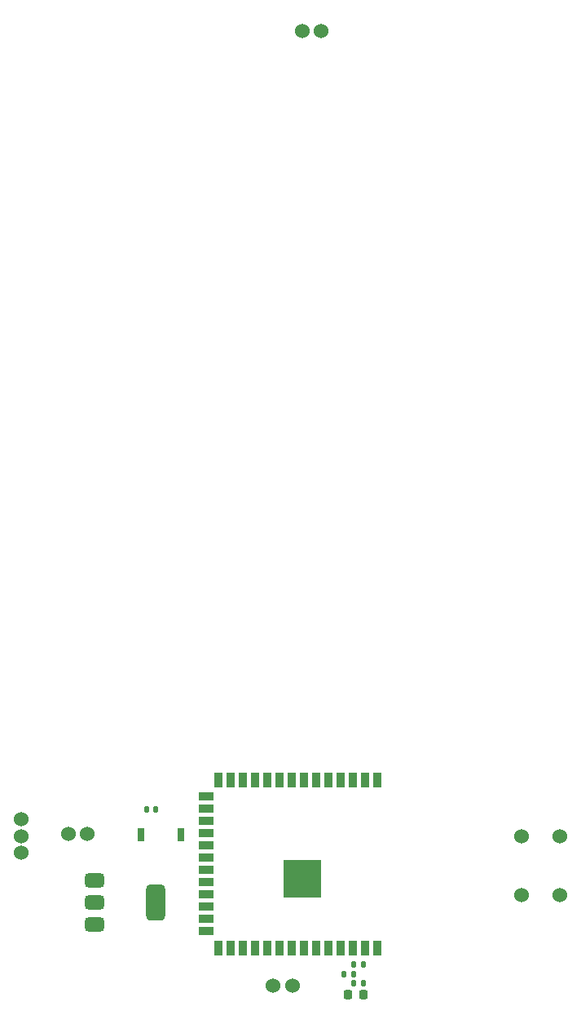
<source format=gbr>
%TF.GenerationSoftware,KiCad,Pcbnew,8.0.3*%
%TF.CreationDate,2024-08-22T18:58:11+02:00*%
%TF.ProjectId,inz,696e7a2e-6b69-4636-9164-5f7063625858,rev?*%
%TF.SameCoordinates,Original*%
%TF.FileFunction,Soldermask,Bot*%
%TF.FilePolarity,Negative*%
%FSLAX46Y46*%
G04 Gerber Fmt 4.6, Leading zero omitted, Abs format (unit mm)*
G04 Created by KiCad (PCBNEW 8.0.3) date 2024-08-22 18:58:11*
%MOMM*%
%LPD*%
G01*
G04 APERTURE LIST*
G04 Aperture macros list*
%AMRoundRect*
0 Rectangle with rounded corners*
0 $1 Rounding radius*
0 $2 $3 $4 $5 $6 $7 $8 $9 X,Y pos of 4 corners*
0 Add a 4 corners polygon primitive as box body*
4,1,4,$2,$3,$4,$5,$6,$7,$8,$9,$2,$3,0*
0 Add four circle primitives for the rounded corners*
1,1,$1+$1,$2,$3*
1,1,$1+$1,$4,$5*
1,1,$1+$1,$6,$7*
1,1,$1+$1,$8,$9*
0 Add four rect primitives between the rounded corners*
20,1,$1+$1,$2,$3,$4,$5,0*
20,1,$1+$1,$4,$5,$6,$7,0*
20,1,$1+$1,$6,$7,$8,$9,0*
20,1,$1+$1,$8,$9,$2,$3,0*%
G04 Aperture macros list end*
%ADD10C,1.524000*%
%ADD11R,0.900000X0.900000*%
%ADD12R,0.900000X1.500000*%
%ADD13R,1.500000X0.900000*%
%ADD14R,3.900000X3.900000*%
%ADD15RoundRect,0.375000X-0.625000X-0.375000X0.625000X-0.375000X0.625000X0.375000X-0.625000X0.375000X0*%
%ADD16RoundRect,0.500000X-0.500000X-1.400000X0.500000X-1.400000X0.500000X1.400000X-0.500000X1.400000X0*%
%ADD17RoundRect,0.135000X0.135000X0.185000X-0.135000X0.185000X-0.135000X-0.185000X0.135000X-0.185000X0*%
%ADD18RoundRect,0.225000X0.225000X0.250000X-0.225000X0.250000X-0.225000X-0.250000X0.225000X-0.250000X0*%
%ADD19RoundRect,0.140000X0.140000X0.170000X-0.140000X0.170000X-0.140000X-0.170000X0.140000X-0.170000X0*%
%ADD20RoundRect,0.187500X-0.187500X-0.512500X0.187500X-0.512500X0.187500X0.512500X-0.187500X0.512500X0*%
G04 APERTURE END LIST*
D10*
%TO.C,pwr2*%
X121000000Y-49000000D03*
X123000000Y-49000000D03*
%TD*%
%TO.C,LED_CON2*%
X143800000Y-138600000D03*
X147800000Y-138600000D03*
%TD*%
%TO.C,LED_CON1*%
X143800000Y-132550000D03*
X147800000Y-132550000D03*
%TD*%
D11*
%TO.C,U2*%
X119650000Y-138300000D03*
X119650000Y-136900000D03*
X119650000Y-135500000D03*
X121050000Y-135500000D03*
X121050000Y-136900000D03*
X121050000Y-138300000D03*
X122450000Y-135500000D03*
X122450000Y-136900000D03*
D12*
X128770000Y-144150000D03*
X127500000Y-144150000D03*
X126230000Y-144150000D03*
X124960000Y-144150000D03*
X123690000Y-144150000D03*
X122420000Y-144150000D03*
X121150000Y-144150000D03*
X119880000Y-144150000D03*
X118610000Y-144150000D03*
X117340000Y-144150000D03*
X116070000Y-144150000D03*
X114800000Y-144150000D03*
X113530000Y-144150000D03*
X112260000Y-144150000D03*
D13*
X111010000Y-142385000D03*
X111010000Y-141115000D03*
X111010000Y-139845000D03*
X111010000Y-138575000D03*
X111010000Y-137305000D03*
X111010000Y-136035000D03*
X111010000Y-134765000D03*
X111010000Y-133495000D03*
X111010000Y-132225000D03*
X111010000Y-130955000D03*
X111010000Y-129685000D03*
X111010000Y-128415000D03*
D12*
X112260000Y-126650000D03*
X113530000Y-126650000D03*
X114800000Y-126650000D03*
X116070000Y-126650000D03*
X117340000Y-126650000D03*
X118610000Y-126650000D03*
X119880000Y-126650000D03*
X121150000Y-126650000D03*
X122420000Y-126650000D03*
X123690000Y-126650000D03*
X124960000Y-126650000D03*
X126230000Y-126650000D03*
X127500000Y-126650000D03*
X128770000Y-126650000D03*
D11*
X122450000Y-138300000D03*
D14*
X121050000Y-136900000D03*
%TD*%
D10*
%TO.C,pwr1*%
X118000000Y-148000000D03*
X120000000Y-148000000D03*
%TD*%
%TO.C,rxtx1*%
X98700000Y-132300000D03*
X96700000Y-132300000D03*
%TD*%
D15*
%TO.C,U1*%
X99450000Y-141700000D03*
X99450000Y-139400000D03*
D16*
X105750000Y-139400000D03*
D15*
X99450000Y-137100000D03*
%TD*%
D17*
%TO.C,R1*%
X126340000Y-145800000D03*
X127360000Y-145800000D03*
%TD*%
D18*
%TO.C,C1*%
X127325000Y-149000000D03*
X125775000Y-149000000D03*
%TD*%
D10*
%TO.C,JT2*%
X91800000Y-130750000D03*
X91800000Y-132500000D03*
X91800000Y-134250000D03*
%TD*%
D19*
%TO.C,C3*%
X126330000Y-146800000D03*
X125370000Y-146800000D03*
%TD*%
D20*
%TO.C,ST1*%
X104225000Y-132400000D03*
X108375000Y-132400000D03*
%TD*%
D19*
%TO.C,C2*%
X127330000Y-147800000D03*
X126370000Y-147800000D03*
%TD*%
%TO.C,C4*%
X105780000Y-129700000D03*
X104820000Y-129700000D03*
%TD*%
M02*

</source>
